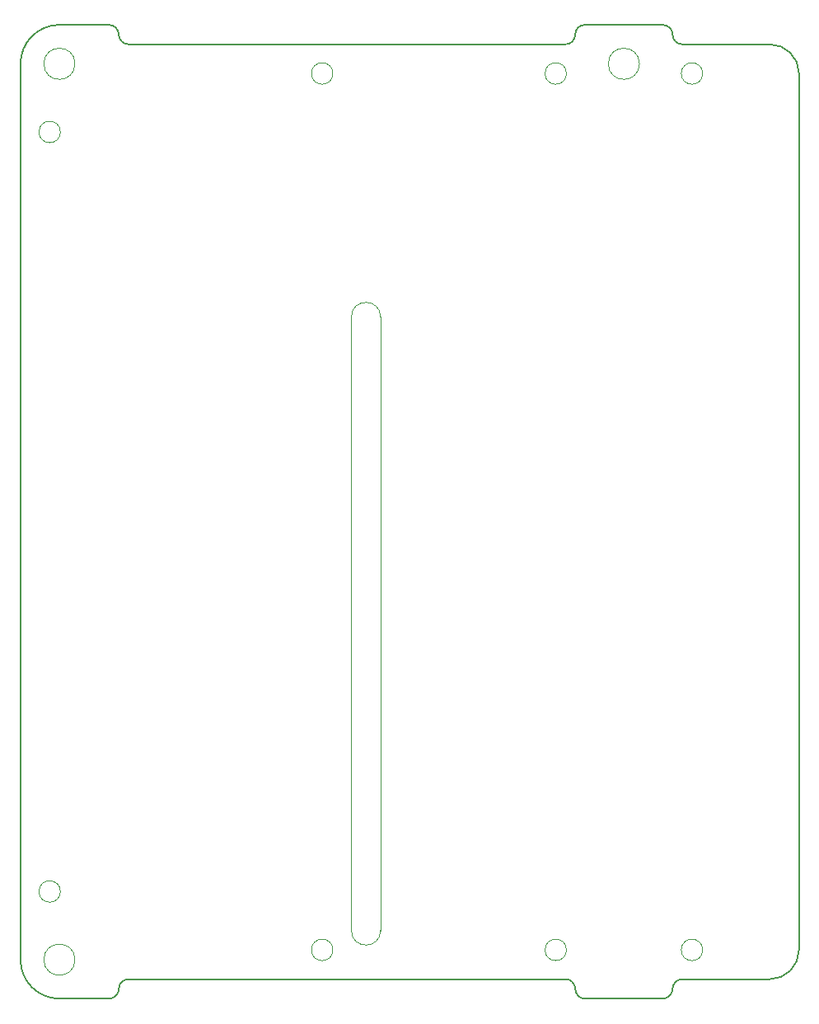
<source format=gbr>
%TF.GenerationSoftware,KiCad,Pcbnew,8.0.7-8.0.7-0~ubuntu24.04.1*%
%TF.CreationDate,2025-02-06T10:53:55+03:00*%
%TF.ProjectId,PM-RQ8,504d2d52-5138-42e6-9b69-6361645f7063,rev?*%
%TF.SameCoordinates,Original*%
%TF.FileFunction,Profile,NP*%
%FSLAX46Y46*%
G04 Gerber Fmt 4.6, Leading zero omitted, Abs format (unit mm)*
G04 Created by KiCad (PCBNEW 8.0.7-8.0.7-0~ubuntu24.04.1) date 2025-02-06 10:53:55*
%MOMM*%
%LPD*%
G01*
G04 APERTURE LIST*
%TA.AperFunction,Profile*%
%ADD10C,0.200000*%
%TD*%
%TA.AperFunction,Profile*%
%ADD11C,0.050000*%
%TD*%
G04 APERTURE END LIST*
D10*
X-40000000Y46000000D02*
G75*
G02*
X-36000000Y50000000I4000000J0D01*
G01*
X28000000Y-48000000D02*
X37000000Y-48000000D01*
X27000000Y-49000000D02*
G75*
G02*
X28000000Y-48000000I1000000J0D01*
G01*
X18000000Y-50000000D02*
X26000000Y-50000000D01*
X18000000Y-50000000D02*
G75*
G02*
X17000000Y-49000000I0J1000000D01*
G01*
D11*
X-3000000Y-43000000D02*
X-3000000Y20000000D01*
D10*
X26000000Y50000000D02*
G75*
G02*
X27000000Y49000000I0J-1000000D01*
G01*
X-36000000Y-50000000D02*
G75*
G02*
X-40000000Y-46000000I0J4000000D01*
G01*
X40000000Y45000000D02*
X40000000Y-45000000D01*
X-29900000Y-49000000D02*
G75*
G02*
X-28900000Y-48000000I1000000J0D01*
G01*
X-36000000Y50000000D02*
X-30900000Y50000000D01*
X16000000Y-48000000D02*
G75*
G02*
X17000000Y-49000000I0J-1000000D01*
G01*
X-29900000Y-49000000D02*
G75*
G02*
X-30900000Y-50000000I-1000000J0D01*
G01*
D11*
X-6000000Y20000000D02*
G75*
G02*
X-3000000Y20000000I1500000J0D01*
G01*
X-3000000Y-43000000D02*
G75*
G02*
X-6000000Y-43000000I-1500000J0D01*
G01*
D10*
X-28900000Y48000000D02*
G75*
G02*
X-29900000Y49000000I0J1000000D01*
G01*
X-36000000Y-50000000D02*
X-30900000Y-50000000D01*
X17000000Y49000000D02*
G75*
G02*
X16000000Y48000000I-1000000J0D01*
G01*
X16000000Y-48000000D02*
X-28900000Y-48000000D01*
X37000000Y48000000D02*
G75*
G02*
X40000000Y45000000I0J-3000000D01*
G01*
X26000000Y50000000D02*
X18000000Y50000000D01*
X40000000Y-45000000D02*
G75*
G02*
X37000000Y-48000000I-3000000J0D01*
G01*
X27000000Y-49000000D02*
G75*
G02*
X26000000Y-50000000I-1000000J0D01*
G01*
X-40000000Y46000000D02*
X-40000000Y-46000000D01*
X37000000Y48000000D02*
X28000000Y48000000D01*
X-28900000Y48000000D02*
X16000000Y48000000D01*
X-30900000Y50000000D02*
G75*
G02*
X-29900000Y49000000I0J-1000000D01*
G01*
D11*
X-6000000Y20000000D02*
X-6000000Y-43000000D01*
D10*
X17000000Y49000000D02*
G75*
G02*
X18000000Y50000000I1000000J0D01*
G01*
X28000000Y48000000D02*
G75*
G02*
X27000000Y49000000I0J1000000D01*
G01*
D11*
%TO.C,U4*%
X-35900000Y39000000D02*
G75*
G02*
X-38100000Y39000000I-1100000J0D01*
G01*
X-38100000Y39000000D02*
G75*
G02*
X-35900000Y39000000I1100000J0D01*
G01*
X-35900000Y-39000000D02*
G75*
G02*
X-38100000Y-39000000I-1100000J0D01*
G01*
X-38100000Y-39000000D02*
G75*
G02*
X-35900000Y-39000000I1100000J0D01*
G01*
X-7900000Y45000000D02*
G75*
G02*
X-10100000Y45000000I-1100000J0D01*
G01*
X-10100000Y45000000D02*
G75*
G02*
X-7900000Y45000000I1100000J0D01*
G01*
X-7900000Y-45000000D02*
G75*
G02*
X-10100000Y-45000000I-1100000J0D01*
G01*
X-10100000Y-45000000D02*
G75*
G02*
X-7900000Y-45000000I1100000J0D01*
G01*
%TO.C,U3*%
X16100000Y45000000D02*
G75*
G02*
X13900000Y45000000I-1100000J0D01*
G01*
X13900000Y45000000D02*
G75*
G02*
X16100000Y45000000I1100000J0D01*
G01*
X16100000Y-45000000D02*
G75*
G02*
X13900000Y-45000000I-1100000J0D01*
G01*
X13900000Y-45000000D02*
G75*
G02*
X16100000Y-45000000I1100000J0D01*
G01*
X30100000Y45000000D02*
G75*
G02*
X27900000Y45000000I-1100000J0D01*
G01*
X27900000Y45000000D02*
G75*
G02*
X30100000Y45000000I1100000J0D01*
G01*
X30100000Y-45000000D02*
G75*
G02*
X27900000Y-45000000I-1100000J0D01*
G01*
X27900000Y-45000000D02*
G75*
G02*
X30100000Y-45000000I1100000J0D01*
G01*
%TO.C,H2*%
X-34400000Y46000000D02*
G75*
G02*
X-37600000Y46000000I-1600000J0D01*
G01*
X-37600000Y46000000D02*
G75*
G02*
X-34400000Y46000000I1600000J0D01*
G01*
%TO.C,H1*%
X23600000Y46000000D02*
G75*
G02*
X20400000Y46000000I-1600000J0D01*
G01*
X20400000Y46000000D02*
G75*
G02*
X23600000Y46000000I1600000J0D01*
G01*
%TO.C,H3*%
X-34400000Y-46000000D02*
G75*
G02*
X-37600000Y-46000000I-1600000J0D01*
G01*
X-37600000Y-46000000D02*
G75*
G02*
X-34400000Y-46000000I1600000J0D01*
G01*
%TD*%
M02*

</source>
